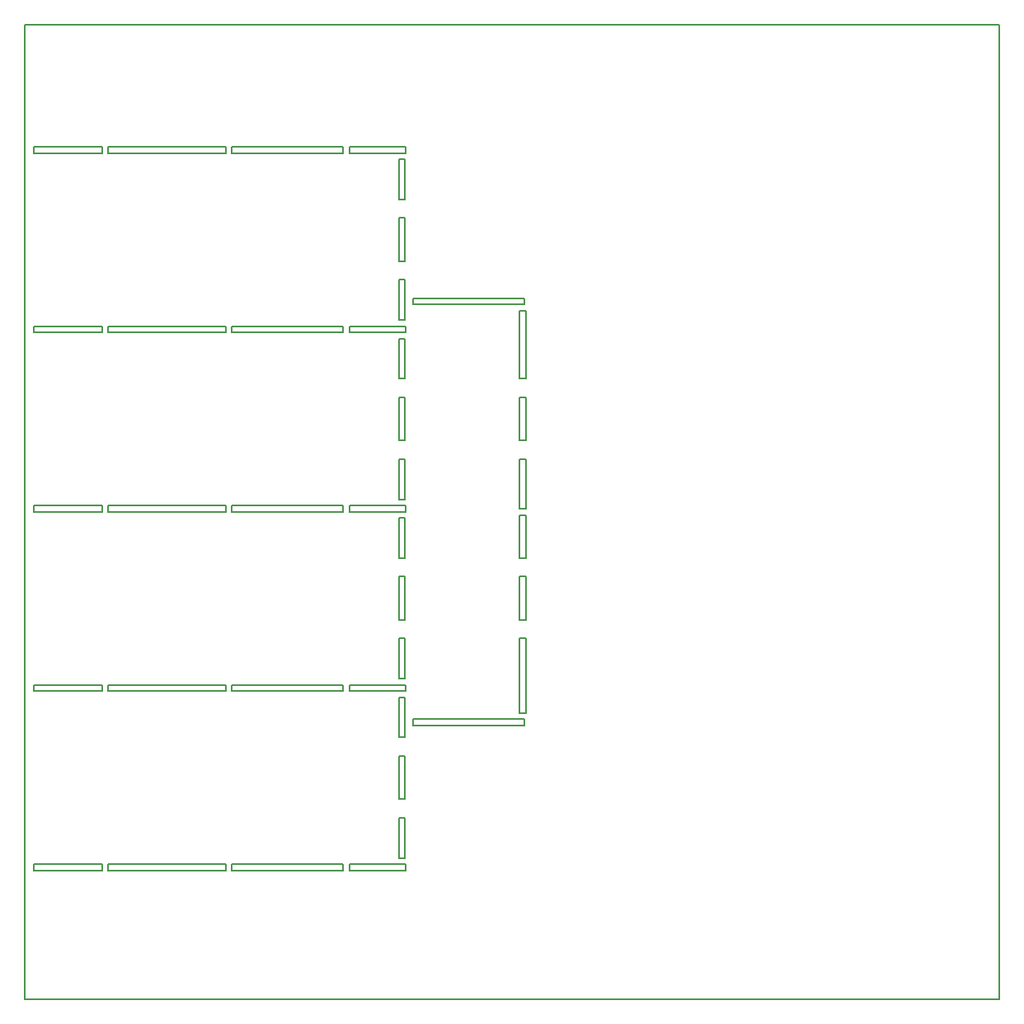
<source format=gbr>
G04 DipTrace 4.3.0.1*
G04 BoardOutline.gbr*
%MOMM*%
G04 #@! TF.FileFunction,Profile*
G04 #@! TF.Part,Single*
%ADD12C,0.14*%
%FSLAX35Y35*%
G04*
G71*
G90*
G75*
G01*
G04 BoardOutline*
%LPD*%
X-5000000Y5000000D2*
D12*
X5000000D1*
Y-5000000D1*
X-5000000D1*
Y5000000D1*
X-4145500Y3751000D2*
X-2939000D1*
Y3687500D1*
X-4145500D1*
Y3751000D1*
X-2875500D2*
X-1732500D1*
Y3687500D1*
X-2875500D1*
Y3751000D1*
X-4907500D2*
X-4209000D1*
Y3687500D1*
X-4907500D1*
Y3751000D1*
X-4145500Y1909500D2*
X-2939000D1*
Y1846000D1*
X-4145500D1*
Y1909500D1*
X-1161000Y3020750D2*
X-1097500D1*
Y2576250D1*
X-1161000D1*
Y3020750D1*
Y2385750D2*
X-1097500D1*
Y1973000D1*
X-1161000D1*
Y2385750D1*
Y3624000D2*
X-1097500D1*
Y3211250D1*
X-1161000D1*
Y3624000D1*
X-4145500Y68000D2*
X-2939000D1*
Y4500D1*
X-4145500D1*
Y68000D1*
X-1161000Y1179250D2*
X-1097500D1*
Y734750D1*
X-1161000D1*
Y1179250D1*
Y544250D2*
X-1097500D1*
Y131500D1*
X-1161000D1*
Y544250D1*
Y1782500D2*
X-1097500D1*
Y1369750D1*
X-1161000D1*
Y1782500D1*
X-2875500Y1909500D2*
X-1732500D1*
Y1846000D1*
X-2875500D1*
Y1909500D1*
Y68000D2*
X-1732500D1*
Y4500D1*
X-2875500D1*
Y68000D1*
X-4907500Y1909500D2*
X-4209000D1*
Y1846000D1*
X-4907500D1*
Y1909500D1*
Y68000D2*
X-4209000D1*
Y4500D1*
X-4907500D1*
Y68000D1*
X-4145500Y-1773500D2*
X-2939000D1*
Y-1837000D1*
X-4145500D1*
Y-1773500D1*
X-1161000Y-662250D2*
X-1097500D1*
Y-1106750D1*
X-1161000D1*
Y-662250D1*
Y-1297250D2*
X-1097500D1*
Y-1710000D1*
X-1161000D1*
Y-1297250D1*
Y-59000D2*
X-1097500D1*
Y-471750D1*
X-1161000D1*
Y-59000D1*
X-2875500Y-1773500D2*
X-1732500D1*
Y-1837000D1*
X-2875500D1*
Y-1773500D1*
X-4907500D2*
X-4209000D1*
Y-1837000D1*
X-4907500D1*
Y-1773500D1*
X-4145500Y-3615000D2*
X-2939000D1*
Y-3678500D1*
X-4145500D1*
Y-3615000D1*
X-1161000Y-2503750D2*
X-1097500D1*
Y-2948250D1*
X-1161000D1*
Y-2503750D1*
Y-3138750D2*
X-1097500D1*
Y-3551500D1*
X-1161000D1*
Y-3138750D1*
Y-1900500D2*
X-1097500D1*
Y-2313250D1*
X-1161000D1*
Y-1900500D1*
X-2875500Y-3615000D2*
X-1732500D1*
Y-3678500D1*
X-2875500D1*
Y-3615000D1*
X-4907500D2*
X-4209000D1*
Y-3678500D1*
X-4907500D1*
Y-3615000D1*
X-1016000Y2190750D2*
X127000D1*
Y2131750D1*
X-1016000D1*
Y2190750D1*
X77250Y1179250D2*
X140750D1*
Y734750D1*
X77250D1*
Y1179250D1*
Y544250D2*
X140750D1*
Y31750D1*
X77250D1*
Y544250D1*
Y2063750D2*
X140750D1*
Y1369750D1*
X77250D1*
Y2063750D1*
Y-662250D2*
X140750D1*
Y-1106750D1*
X77250D1*
Y-662250D1*
Y-1297250D2*
X140750D1*
Y-2063750D1*
X77250D1*
Y-1297250D1*
Y-31750D2*
X140750D1*
Y-471750D1*
X77250D1*
Y-31750D1*
X-1016000Y-2122750D2*
X127000D1*
Y-2190750D1*
X-1016000D1*
Y-2122750D1*
X-1669000Y3751000D2*
X-1095373D1*
Y3687500D1*
X-1669000D1*
Y3751000D1*
Y1909500D2*
X-1095373D1*
Y1846000D1*
X-1669000D1*
Y1909500D1*
Y68000D2*
X-1095373D1*
Y4500D1*
X-1669000D1*
Y68000D1*
Y-1773500D2*
X-1095373D1*
Y-1837000D1*
X-1669000D1*
Y-1773500D1*
Y-3615000D2*
X-1095373D1*
Y-3678500D1*
X-1669000D1*
Y-3615000D1*
M02*

</source>
